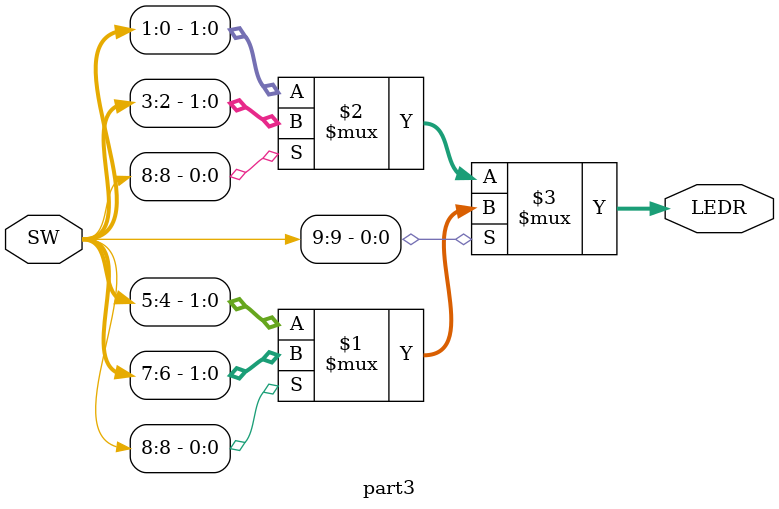
<source format=sv>
/*Figure 5: A two-bit wide 4-to-1 multiplexer.
Perform the following steps to implement the two-bit wide 4-to-1 multiplexer.
1. Create a new Quartus project for your circuit.
2. Create a Verilog module for the two-bit wide 4-to-1 multiplexer. Connect its select inputs to switches
SW9−8, and use switches SW7−0 to provide the four 2-bit inputs U to X. Connect the output M to the red
lights LEDR1−0.
3. Include in your project the required pin assignments for your DE-series board. Compile the project.

4. Download the compiled circuit into the FPGA chip. Test the functionality of the two-bit wide 4-to-1 mul-
tiplexer by toggling the switches and observing the LEDs. Ensure that each of the inputs U to X can be

properly selected as the output M.*/



module part3 (SW, LEDR);

	input [9:0]SW;
	output [1:0]LEDR;
	
	assign LEDR[1:0] = SW[9]? (SW[8]? SW[7:6] : SW[5:4]) : (SW[8] ? SW[3:2] : SW[1:0]);
	
endmodule

</source>
